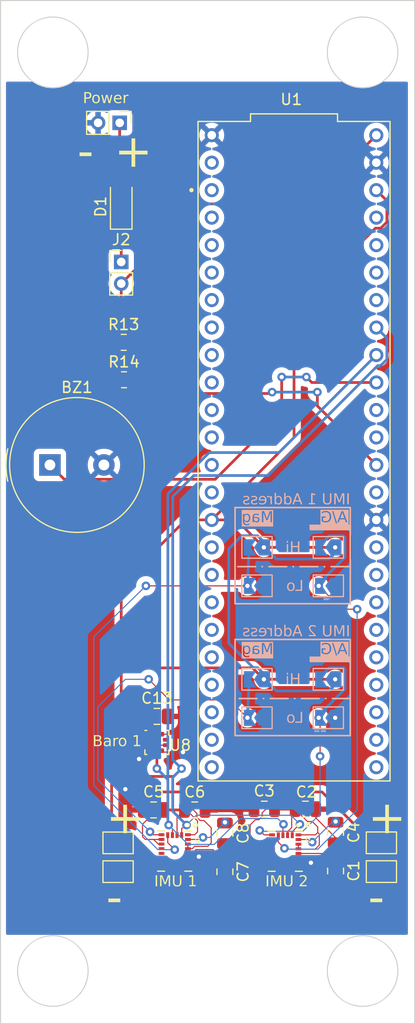
<source format=kicad_pcb>
(kicad_pcb (version 20221018) (generator pcbnew)
  (layers (0 "F.Cu" signal) (31 "B.Cu" signal) (34 "B.Paste" user) (35 "F.Paste" user) (36 "B.SilkS" user "B.Silkscreen") (37 "F.SilkS" user "F.Silkscreen") (38 "B.Mask" user) (39 "F.Mask" user) (44 "Edge.Cuts" user))
  (net 0 "")
  (net 39 "+3V3")
  (net 40 "GND")
  (net 41 "/Barometric pressure sensor/SDA")
  (net 42 "/Barometric pressure sensor/SCL")
  (net 44 "Net-(U2-CAP)")
  (net 45 "Net-(U2-C1)")
  (net 50 "Net-(U3-CAP)")
  (net 51 "Net-(U3-C1)")
  (net 56 "Net-(D1-A)")
  (net 57 "Net-(U2-SDO_A{slash}G)")
  (net 58 "Net-(U3-SDO_A{slash}G)")
  (net 59 "Net-(U2-SDO_M)")
  (net 60 "Net-(U3-SDO_M)")
  (net 61 "Net-(U2-DEN_A{slash}G)")
  (net 62 "Net-(U3-DEN_A{slash}G)")
  (net 63 "/BATT_IN")
  (net 64 "/Teensy 4.1/VIN")
  (net 65 "/Teensy 4.1/1s lipo analog voltage splitter/V_SCALED")
  (net 66 "/Teensy 4.1/BUZZ")
  (footprint "Jumper:SolderJumper-2_P1.3mm_Open_TrianglePad1.0x1.5mm" (layer "F.Cu") (at 129.376 145.288)
    (fp_text reference "R12" hide)
    (fp_text value "0 ohm" hide)
  )
  (footprint "Capacitor_SMD:C_0805_2012Metric" (layer "F.Cu") (at 132.969 130.937)
    (fp_text reference "C13")
    (fp_text value "100nF" hide)
  )
  (footprint "Resistor_SMD:R_0805_2012Metric" (layer "F.Cu") (at 129.921 99.822)
    (fp_text reference "R14")
    (fp_text value "4.4k" hide)
  )
  (footprint "Jumper:SolderJumper-2_P1.3mm_Open_TrianglePad1.0x1.5mm" (layer "F.Cu") (at 153.76 145.282)
    (fp_text reference "R10" hide)
    (fp_text value "0 ohm" hide)
  )
  (footprint "Capacitor_SMD:C_0805_2012Metric" (layer "F.Cu") (at 149.517 145.225 -90)
    (fp_text reference "C1")
    (fp_text value "10nF" hide)
  )
  (footprint "Teensy 4.1:MODULE_DEV-16771" (layer "F.Cu") (at 145.669 106.426 -90)
    (fp_text reference "U1")
    (fp_text value "DEV-16771")
  )
  (footprint "Capacitor_SMD:C_0805_2012Metric" (layer "F.Cu") (at 149.517 141.669 -90)
    (fp_text reference "C4")
    (fp_text value "100nF" hide)
  )
  (footprint "LSM9DS1TR:PQFN43P300X350X102-24N" (layer "F.Cu") (at 144.857 143.393 -90)
    (fp_text reference "U2")
    (fp_text value "LSM9DS1TR")
  )
  (footprint "Resistor_SMD:R_0805_2012Metric" (layer "F.Cu") (at 129.8975 96.364)
    (fp_text reference "R13")
    (fp_text value "1.2k" hide)
  )
  (footprint "Diode_SMD:D_SOD-123F" (layer "F.Cu") (at 129.667 83.693 90)
    (fp_text reference "D1")
    (fp_text value "D_Schottky")
  )
  (footprint "LSM9DS1TR:PQFN43P300X350X102-24N" (layer "F.Cu") (at 134.62 143.383 -90)
    (fp_text reference "U3")
    (fp_text value "LSM9DS1TR")
  )
  (footprint "Connector_PinHeader_2.00mm:PinHeader_1x02_P2.00mm_Vertical" (layer "F.Cu") (at 129.524 76.073 -90)
    (fp_text reference "J1" hide)
    (fp_text value "Battery Connector" hide)
  )
  (footprint "Capacitor_SMD:C_0805_2012Metric" (layer "F.Cu") (at 132.665 139.583)
    (fp_text reference "C5")
    (fp_text value "100nF" hide)
  )
  (footprint "Capacitor_SMD:C_0805_2012Metric" (layer "F.Cu") (at 139.269 145.298 -90)
    (fp_text reference "C7")
    (fp_text value "10nF" hide)
  )
  (footprint "Capacitor_SMD:C_0805_2012Metric" (layer "F.Cu") (at 142.913 139.51)
    (fp_text reference "C3")
    (fp_text value "100nF" hide)
  )
  (footprint "Connector_PinHeader_2.00mm:PinHeader_1x02_P2.00mm_Vertical" (layer "F.Cu") (at 129.667 88.932)
    (fp_text reference "J2")
    (fp_text value "Conn_01x02")
  )
  (footprint "Capacitor_SMD:C_0805_2012Metric" (layer "F.Cu") (at 139.269 141.742 -90)
    (fp_text reference "C8")
    (fp_text value "100nF" hide)
  )
  (footprint "Package_LGA:ST_HLGA-10_2x2mm_P0.5mm_LayoutBorder3x2y" (layer "F.Cu") (at 132.9695 133.346)
    (fp_text reference "U8")
    (fp_text value "LPS22HB")
  )
  (footprint "Jumper:SolderJumper-2_P1.3mm_Open_TrianglePad1.0x1.5mm" (layer "F.Cu") (at 129.376 142.627)
    (fp_text reference "R11" hide)
    (fp_text value "0 ohm" hide)
  )
  (footprint "Jumper:SolderJumper-2_P1.3mm_Open_TrianglePad1.0x1.5mm" (layer "F.Cu") (at 153.76 142.621)
    (fp_text reference "R9" hide)
    (fp_text value "0 ohm" hide)
  )
  (footprint "Capacitor_SMD:C_0805_2012Metric" (layer "F.Cu") (at 136.475 139.583 180)
    (fp_text reference "C6")
    (fp_text value "10uF" hide)
  )
  (footprint "Buzzer_Beeper:Buzzer_TDK_PS1240P02BT_D12.2mm_H6.5mm" (layer "F.Cu") (at 123.063 107.696)
    (fp_text reference "BZ1")
    (fp_text value "Buzzer")
  )
  (footprint "Capacitor_SMD:C_0805_2012Metric" (layer "F.Cu") (at 146.723 139.51 180)
    (fp_text reference "C2")
    (fp_text value "10uF" hide)
  )
  (footprint "Jumper:SolderJumper-2_P1.3mm_Open_TrianglePad1.0x1.5mm" (layer "B.Cu") (at 142.24 118.866 180)
    (fp_text reference "R4" hide)
    (fp_text value "0 ohm" hide)
  )
  (footprint "Jumper:SolderJumper-2_P1.3mm_Open_TrianglePad1.0x1.5mm" (layer "B.Cu") (at 148.844 115.316 180)
    (fp_text reference "R1" hide)
    (fp_text value "0 ohm" hide)
  )
  (footprint "Jumper:SolderJumper-2_P1.3mm_Open_TrianglePad1.0x1.5mm" (layer "B.Cu") (at 148.844 131.064 180)
    (fp_text reference "R6" hide)
    (fp_text value "0 ohm" hide)
  )
  (footprint "Jumper:SolderJumper-2_P1.3mm_Open_TrianglePad1.0x1.5mm" (layer "B.Cu") (at 148.844 127.508 180)
    (fp_text reference "R5" hide)
    (fp_text value "0 ohm" hide)
  )
  (footprint "Jumper:SolderJumper-2_P1.3mm_Open_TrianglePad1.0x1.5mm" (layer "B.Cu") (at 148.844 118.866 180)
    (fp_text reference "R3" hide)
    (fp_text value "0 ohm" hide)
  )
  (footprint "Jumper:SolderJumper-2_P1.3mm_Open_TrianglePad1.0x1.5mm" (layer "B.Cu") (at 142.24 127.508 180)
    (fp_text reference "R7" hide)
    (fp_text value "0 ohm" hide)
  )
  (footprint "Jumper:SolderJumper-2_P1.3mm_Open_TrianglePad1.0x1.5mm" (layer "B.Cu") (at 142.24 115.316 180)
    (fp_text reference "R2" hide)
    (fp_text value "0 ohm" hide)
  )
  (footprint "Jumper:SolderJumper-2_P1.3mm_Open_TrianglePad1.0x1.5mm" (layer "B.Cu") (at 142.24 131.064 180)
    (fp_text reference "R8" hide)
    (fp_text value "0 ohm" hide)
  )
  (gr_rect (start 147.180527 113.284) (end 150.876 113.665) (stroke (width 0.15)) (fill solid) (layer "B.SilkS"))
  (gr_line (start 150.876 129.286) (end 140.208 129.286) (stroke (width 0.15) (type dash_dot)) (layer "B.SilkS"))
  (gr_rect (start 140.208 111.633) (end 150.876 120.523) (stroke (width 0.15)) (fill none) (layer "B.SilkS"))
  (gr_rect (start 147.182567 125.476) (end 150.876 125.857) (stroke (width 0.15)) (fill solid) (layer "B.SilkS"))
  (gr_line (start 150.749 117.094) (end 140.081 117.094) (stroke (width 0.15) (type dash_dot)) (layer "B.SilkS"))
  (gr_rect (start 140.208 123.825) (end 150.876 132.715) (stroke (width 0.15)) (fill none) (layer "B.SilkS"))
  (gr_circle (center 146.939 140.97) (end 147.066 141.097) (stroke (width 0.15)) (fill none) (layer "F.SilkS"))
  (gr_circle (center 136.525 140.983) (end 136.652 141.11) (stroke (width 0.15)) (fill none) (layer "F.SilkS"))
  (gr_circle (center 152.019 69.559) (end 155.284 69.559) (stroke (width 0.1)) (fill none) (layer "Edge.Cuts"))
  (gr_rect (start 118.491 64.77) (end 156.845 159.3342) (stroke (width 0.1)) (fill none) (layer "Edge.Cuts"))
  (gr_circle (center 152.019 154.473) (end 155.284 154.473) (stroke (width 0.1)) (fill none) (layer "Edge.Cuts"))
  (gr_circle (center 123.335 69.559) (end 126.6 69.559) (stroke (width 0.1)) (fill none) (layer "Edge.Cuts"))
  (gr_circle (center 123.335 154.473) (end 126.6 154.473) (stroke (width 0.1)) (fill none) (layer "Edge.Cuts"))
  (gr_text "Lo" (at 146.558 119.507) (layer "B.SilkS") (effects (font (size 1 1)) (justify left bottom mirror)))
  (gr_text "IMU 2 Address" (at 150.876 123.698) (layer "B.SilkS") (effects (font (size 1 1)) (justify left bottom mirror)))
  (gr_text "Mag" (at 143.764 125.349) (layer "B.SilkS" knockout) (effects (font (size 1 1)) (justify left bottom mirror)))
  (gr_text "Hi" (at 146.304 115.951) (layer "B.SilkS") (effects (font (size 1 1)) (justify left bottom mirror)))
  (gr_text "Lo" (at 146.558 131.699) (layer "B.SilkS") (effects (font (size 1 1)) (justify left bottom mirror)))
  (gr_text "Mag" (at 143.764 113.157) (layer "B.SilkS" knockout) (effects (font (size 1 1)) (justify left bottom mirror)))
  (gr_text "IMU 1 Address" (at 150.876 111.506) (layer "B.SilkS") (effects (font (size 1 1)) (justify left bottom mirror)))
  (gr_text "A/G" (at 150.622 113.157) (layer "B.SilkS" knockout) (effects (font (size 1 1)) (justify left bottom mirror)))
  (gr_text "A/G" (at 150.622 125.349) (layer "B.SilkS" knockout) (effects (font (size 1 1)) (justify left bottom mirror)))
  (gr_text "Hi" (at 146.304 128.143) (layer "B.SilkS") (effects (font (size 1 1)) (justify left bottom mirror)))
  (gr_text "-" (at 152.527 149.606) (layer "F.SilkS") (effects (font (size 3 3)) (justify left bottom)))
  (gr_text "-" (at 128.27 149.606) (layer "F.SilkS") (effects (font (size 3 3)) (justify left bottom)))
  (gr_text "IMU 2" (at 143.002 146.812) (layer "F.SilkS") (effects (font (size 1 1)) (justify left bottom)))
  (gr_text "IMU 1" (at 132.715 146.812) (layer "F.SilkS") (effects (font (size 1 1)) (justify left bottom)))
  (gr_text "Baro 1" (at 127 133.858) (layer "F.SilkS") (effects (font (size 1 1)) (justify left bottom)))
  (gr_text "-" (at 125.603 80.645) (layer "F.SilkS") (effects (font (size 3 3)) (justify left bottom)))
  (gr_text "+" (at 128.27 142.24) (layer "F.SilkS") (effects (font (size 3 3)) (justify left bottom)))
  (gr_text "+" (at 129.032 80.645) (layer "F.SilkS") (effects (font (size 3 3)) (justify left bottom)))
  (gr_text "Power" (at 126.111 74.422) (layer "F.SilkS") (effects (font (size 1 1)) (justify left bottom)))
  (gr_text "+" (at 152.527 142.24) (layer "F.SilkS") (effects (font (size 3 3)) (justify left bottom)))
  (segment (start 136.729 140.599) (end 135.713 139.583) (width 0.1) (layer "F.Cu") (net 39))
  (segment (start 148.008 141.811) (end 147.866 141.669) (width 0.1) (layer "F.Cu") (net 39))
  (segment (start 137.679 142.951) (end 137.999 142.631) (width 0.1) (layer "F.Cu") (net 39))
  (segment (start 129.667 118.745) (end 129.667 125.73) (width 0.25) (layer "F.Cu") (net 39))
  (segment (start 153.694516 85.815) (end 153.199 85.815) (width 0.25) (layer "F.Cu") (net 39))
  (segment (start 143.637 142.748) (end 142.341 142.748) (width 0.1) (layer "F.Cu") (net 39))
  (segment (start 142.713 140.192107) (end 142.713 139.862) (width 0.1) (layer "F.Cu") (net 39))
  (segment (start 145.072 141.596087) (end 145.453 141.215087) (width 0.1) (layer "F.Cu") (net 39))
  (segment (start 147.358 140.653) (end 146.916 140.653) (width 0.1) (layer "F.Cu") (net 39))
  (segment (start 145.072 141.923) (end 145.072 141.596087) (width 0.1) (layer "F.Cu") (net 39))
  (segment (start 140.335 112.776) (end 138.049 112.776) (width 0.25) (layer "F.Cu") (net 39))
  (segment (start 146.916 140.653) (end 145.773 139.51) (width 0.1) (layer "F.Cu") (net 39))
  (segment (start 130.392 126.455) (end 141.822 126.455) (width 0.25) (layer "F.Cu") (net 39))
  (segment (start 141.605 140.97) (end 142.09 140.485) (width 0.1) (layer "F.Cu") (net 39))
  (segment (start 133.292203 133.596) (end 133.732 133.596) (width 0.1) (layer "F.Cu") (net 39))
  (segment (start 154.268 85.241516) (end 153.694516 85.815) (width 0.25) (layer "F.Cu") (net 39))
  (segment (start 129.667 129.54) (end 130.622 129.54) (width 0.25) (layer "F.Cu") (net 39))
  (segment (start 132.465 140.265107) (end 132.465 140.077) (width 0.1) (layer "F.Cu") (net 39))
  (segment (start 141.605 142.012) (end 141.605 140.97) (width 0.1) (layer "F.Cu") (net 39))
  (segment (start 147.866 141.161) (end 147.358 140.653) (width 0.1) (layer "F.Cu") (net 39))
  (segment (start 132.4695 132.5835) (end 132.4695 132.8335) (width 0.1) (layer "F.Cu") (net 39))
  (segment (start 129.667 125.73) (end 129.667 129.54) (width 0.25) (layer "F.Cu") (net 39))
  (segment (start 147.627239 143.208) (end 148.008 142.827239) (width 0.1) (layer "F.Cu") (net 39))
  (segment (start 136.466 141.878) (end 136.729 141.615) (width 0.1) (layer "F.Cu") (net 39))
  (segment (start 135.84 141.878) (end 136.466 141.878) (width 0.1) (layer "F.Cu") (net 39))
  (segment (start 145.453 139.83) (end 145.773 139.51) (width 0.1) (layer "F.Cu") (net 39))
  (segment (start 135.84 143.168) (end 135.84 142.738) (width 0.1) (layer "F.Cu") (net 39))
  (segment (start 145.669 105.156) (end 138.049 112.776) (width 0.25) (layer "F.Cu") (net 39))
  (segment (start 145.453 141.215087) (end 145.453 139.83) (width 0.1) (layer "F.Cu") (net 39))
  (segment (start 138.049 112.776) (end 135.636 112.776) (width 0.25) (layer "F.Cu") (net 39))
  (segment (start 142.875 115.316) (end 140.335 112.776) (width 0.25) (layer "F.Cu") (net 39))
  (segment (start 136.675 139.91) (end 136.348 139.583) (width 0.1) (layer "F.Cu") (net 39))
  (segment (start 132.207 133.096) (end 132.792203 133.096) (width 0.1) (layer "F.Cu") (net 39))
  (segment (start 129.667 125.73) (end 130.392 126.455) (width 0.25) (layer "F.Cu") (net 39))
  (segment (start 146.077 143.178) (end 146.077 142.748) (width 0.1) (layer "F.Cu") (net 39))
  (segment (start 135.525 139.43845) (end 136.42845 138.535) (width 0.1) (layer "F.Cu") (net 39))
  (segment (start 129.667 135.635) (end 131.9535 137.9215) (width 0.25) (layer "F.Cu") (net 39))
  (segment (start 147.647 141.888) (end 147.866 141.669) (width 0.1) (layer "F.Cu") (net 39))
  (segment (start 135.636 112.776) (end 129.667 118.745) (width 0.25) (layer "F.Cu") (net 39))
  (segment (start 132.019 130.937) (end 132.019 132.133) (width 0.1) (layer "F.Cu") (net 39))
  (segment (start 142.888 138.535) (end 143.863 139.51) (width 0.1) (layer "F.Cu") (net 39))
  (segment (start 131.894 142.308) (end 131.639 142.053) (width 0.1) (layer "F.Cu") (net 39))
  (segment (start 143.637 142.318) (end 143.637 142.748) (width 0.1) (layer "F.Cu") (net 39))
  (segment (start 146.107 143.208) (end 147.627239 143.208) (width 0.1) (layer "F.Cu") (net 39))
  (segment (start 132.4695 132.8335) (end 132.207 133.096) (width 0.1) (layer "F.Cu") (net 39))
  (segment (start 148.008 142.827239) (end 148.008 141.811) (width 0.1) (layer "F.Cu") (net 39))
  (segment (start 136.245497 143.168) (end 136.462497 142.951) (width 0.1) (layer "F.Cu") (net 39))
  (segment (start 131.984 140.558) (end 132.172107 140.558) (width 0.1) (layer "F.Cu") (net 39))
  (segment (start 133.4 142.308) (end 132.665 142.308) (width 0.1) (layer "F.Cu") (net 39))
  (segment (start 136.675 140.265107) (end 136.675 139.91) (width 0.1) (layer "F.Cu") (net 39))
  (segment (start 143.863 139.51) (end 145.773 139.51) (width 0.25) (layer "F.Cu") (net 39))
  (segment (start 152.908 142.571827) (end 152.908 142.627) (width 0.25) (layer "F.Cu") (net 39))
  (segment (start 136.462497 142.951) (end 137.679 142.951) (width 0.1) (layer "F.Cu") (net 39))
  (segment (start 146.077 141.888) (end 147.647 141.888) (width 0.1) (layer "F.Cu") (net 39))
  (segment (start 128.778 136.524) (end 128.778 142.627) (width 0.25) (layer "F.Cu") (net 39))
  (segment (start 145.669 93.345) (end 145.669 105.156) (width 0.25) (layer "F.Cu") (net 39))
  (segment (start 136.42845 138.535) (end 142.888 138.535) (width 0.1) (layer "F.Cu") (net 39))
  (segment (start 136.967893 140.558) (end 136.675 140.265107) (width 0.1) (layer "F.Cu") (net 39))
  (segment (start 137.999 142.631) (end 137.999 141.234) (width 0.1) (layer "F.Cu") (net 39))
  (segment (start 135.84 143.168) (end 136.245497 143.168) (width 0.1) (layer "F.Cu") (net 39))
  (segment (start 146.077 143.178) (end 146.107 143.208) (width 0.1) (layer "F.Cu") (net 39))
  (segment (start 131.9535 137.9215) (end 133.615 139.583) (width 0.25) (layer "F.Cu") (net 39))
  (segment (start 154.268 83.275) (end 154.268 85.241516) (width 0.25) (layer "F.Cu") (net 39))
  (segment (start 132.959 139.583) (end 133.615 139.583) (width 0.1) (layer "F.Cu") (net 39))
  (segment (start 135.713 139.583) (end 135.525 139.583) (width 0.1) (layer "F.Cu") (net 39))
  (segment (start 143.065 139.51) (end 143.863 139.51) (width 0.1) (layer "F.Cu") (net 39))
  (segment (start 142.875 115.316) (end 149.479 115.316) (width 0.25) (layer "F.Cu") (net 39))
  (segment (start 148.257673 137.9215) (end 152.908 142.571827) (width 0.25) (layer "F.Cu") (net 39))
  (segment (start 136.729 141.615) (end 136.729 140.599) (width 0.1) (layer "F.Cu") (net 39))
  (segment (start 142.875 127.508) (end 149.479 127.508) (width 0.25) (layer "F.Cu") (net 39))
  (segment (start 132.465 140.077) (end 132.959 139.583) (width 0.1) (layer "F.Cu") (net 39))
  (segment (start 132.172107 140.558) (end 132.465 140.265107) (width 0.1) (layer "F.Cu") (net 39))
  (segment (start 142.713 139.862) (end 143.065 139.51) (width 0.1) (layer "F.Cu") (net 39))
  (segment (start 131.9535 137.9215) (end 148.257673 137.9215) (width 0.25) (layer "F.Cu") (net 39))
  (segment (start 141.822 126.455) (end 142.875 127.508) (width 0.25) (layer "F.Cu") (net 39))
  (segment (start 131.639 140.903) (end 131.984 140.558) (width 0.1) (layer "F.Cu") (net 39))
  (segment (start 133.615 139.583) (end 135.525 139.583) (width 0.25) (layer "F.Cu") (net 39))
  (segment (start 130.622 129.54) (end 132.019 130.937) (width 0.25) (layer "F.Cu") (net 39))
  (segment (start 135.525 139.583) (end 135.525 139.43845) (width 0.1) (layer "F.Cu") (net 39))
  (segment (start 147.866 141.669) (end 147.866 141.161) (width 0.1) (layer "F.Cu") (net 39))
  (segment (start 134.835 140.273) (end 135.525 139.583) (width 0.1) (layer "F.Cu") (net 39))
  (segment (start 153.289 82.296) (end 154.268 83.275) (width 0.25) (layer "F.Cu") (net 39))
  (segment (start 137.999 141.234) (end 137.323 140.558) (width 0.1) (layer "F.Cu") (net 39))
  (segment (start 129.667 135.635) (end 128.778 136.524) (width 0.25) (layer "F.Cu") (net 39))
  (segment (start 134.835 141.913) (end 134.835 140.273) (width 0.1) (layer "F.Cu") (net 39))
  (segment (start 132.792203 133.096) (end 133.292203 133.596) (width 0.1) (layer "F.Cu") (net 39))
  (segment (start 153.199 85.815) (end 145.669 93.345) (width 0.25) (layer "F.Cu") (net 39))
  (segment (start 142.341 142.748) (end 141.605 142.012) (width 0.1) (layer "F.Cu") (net 39))
  (segment (start 131.639 142.053) (end 131.639 140.903) (width 0.1) (layer "F.Cu") (net 39))
  (segment (start 129.667 129.54) (end 129.667 135.635) (width 0.25) (layer "F.Cu") (net 39))
  (segment (start 136.348 139.583) (end 135.525 139.583) (width 0.1) (layer "F.Cu") (net 39))
  (segment (start 142.09 140.485) (end 142.420107 140.485) (width 0.1) (layer "F.Cu") (net 39))
  (segment (start 137.323 140.558) (end 136.967893 140.558) (width 0.1) (layer "F.Cu") (net 39))
  (segment (start 132.019 132.133) (end 132.4695 132.5835) (width 0.1) (layer "F.Cu") (net 39))
  (segment (start 132.665 142.308) (end 131.894 142.308) (width 0.1) (layer "F.Cu") (net 39))
  (segment (start 142.420107 140.485) (end 142.713 140.192107) (width 0.1) (layer "F.Cu") (net 39))
  (segment (start 133.095 142.738) (end 132.665 142.308) (width 0.1) (layer "F.Cu") (net 39))
  (segment (start 133.4 142.738) (end 133.095 142.738) (width 0.1) (layer "F.Cu") (net 39))
  (via (at 142.875 127.508) (size 0.8) (drill 0.4) (layers "F.Cu" "B.Cu") (net 39))
  (via (at 142.875 115.316) (size 0.8) (drill 0.4) (layers "F.Cu" "B.Cu") (net 39))
  (via (at 149.479 127.508) (size 0.8) (drill 0.4) (layers "F.Cu" "B.Cu") (net 39))
  (via (at 149.479 115.316) (size 0.8) (drill 0.4) (layers "F.Cu" "B.Cu") (net 39))
  (segment (start 144.04 116.391) (end 142.965 115.316) (width 0.25) (layer "B.Cu") (net 39))
  (segment (start 142.875 115.316) (end 142.875 115.226) (width 0.25) (layer "B.Cu") (net 39))
  (segment (start 149.569 115.316) (end 149.479 115.316) (width 0.25) (layer "B.Cu") (net 39))
  (segment (start 149.569 127.508) (end 149.479 127.508) (width 0.25) (layer "B.Cu") (net 39))
  (segment (start 140.8258 114.241) (end 139.6238 115.443) (width 0.25) (layer "B.Cu") (net 39))
  (segment (start 148.90362 116.391) (end 144.04 116.391) (width 0.25) (layer "B.Cu") (net 39))
  (segment (start 149.479 115.316) (end 149.569 115.72562) (width 0.25) (layer "B.Cu") (net 39))
  (segment (start 149.569 127.91762) (end 148.90362 128.583) (width 0.25) (layer "B.Cu") (net 39))
  (segment (start 149.479 127.508) (end 149.569 127.91762) (width 0.25) (layer "B.Cu") (net 39))
  (segment (start 139.6238 124.1668) (end 141.89 126.433) (width 0.25) (layer "B.Cu") (net 39))
  (segment (start 142.875 127.508) (end 142.965 127.508) (width 0.25) (layer "B.Cu") (net 39))
  (segment (start 142.965 127.09838) (end 142.875 127.508) (width 0.25) (layer "B.Cu") (net 39))
  (segment (start 139.6238 115.443) (end 139.6238 124.1668) (width 0.25) (layer "B.Cu") (net 39))
  (segment (start 142.965 114.90638) (end 142.29962 114.241) (width 0.25) (layer "B.Cu") (net 39))
  (segment (start 141.89 126.433) (end 142.29962 126.433) (width 0.25) (layer "B.Cu") (net 39))
  (segment (start 149.569 115.72562) (end 148.90362 116.391) (width 0.25) (layer "B.Cu") (net 39))
  (segment (start 144.04 128.583) (end 142.965 127.508) (width 0.25) (layer "B.Cu") (net 39))
  (segment (start 142.29962 126.433) (end 142.965 127.09838) (width 0.25) (layer "B.Cu") (net 39))
  (segment (start 142.875 115.226) (end 142.965 115.316) (width 0.25) (layer "B.Cu") (net 39))
  (segment (start 142.29962 114.241) (end 140.8258 114.241) (width 0.25) (layer "B.Cu") (net 39))
  (segment (start 142.965 115.316) (end 142.875 115.316) (width 0.25) (layer "B.Cu") (net 39))
  (segment (start 148.90362 128.583) (end 144.04 128.583) (width 0.25) (layer "B.Cu") (net 39))
  (segment (start 142.965 115.316) (end 142.965 114.90638) (width 0.25) (layer "B.Cu") (net 39))
  (segment (start 136.983 143.901) (end 136.983 143.901) (width 0.1) (layer "F.Cu") (net 40))
  (segment (start 132.4695 134.1085) (end 131.704 134.874) (width 0.1) (layer "F.Cu") (net 40))
  (segment (start 135.84 144.028) (end 136.856 144.028) (width 0.1) (layer "F.Cu") (net 40))
  (segment (start 147.104 144.463) (end 147.231 144.463) (width 0.1) (layer "F.Cu") (net 40))
  (segment (start 133.4695 132.5835) (end 134.7425 132.5835) (width 0.1) (layer "F.Cu") (net 40))
  (segment (start 131.704 134.874) (end 131.318 134.874) (width 0.1) (layer "F.Cu") (net 40))
  (segment (start 132.9695 132.5835) (end 133.4695 132.5835) (width 0.1) (layer "F.Cu") (net 40))
  (segment (start 147.109 144.468) (end 147.104 144.463) (width 0.1) (layer "F.Cu") (net 40))
  (segment (start 133.4695 134.1085) (end 133.6 134.239) (width 0.1) (layer "F.Cu") (net 40))
  (segment (start 135.84 144.028) (end 135.84 144.458) (width 0.1) (layer "F.Cu") (net 40))
  (segment (start 147.231 144.59) (end 147.231 144.59) (width 0.1) (layer "F.Cu") (net 40))
  (segment (start 134.7425 132.5835) (end 134.747 132.588) (width 0.1) (layer "F.Cu") (net 40))
  (segment (start 133.6 134.239) (end 135.382 134.239) (width 0.1) (layer "F.Cu") (net 40))
  (segment (start 146.077 144.038) (end 146.077 144.468) (width 0.1) (layer "F.Cu") (net 40))
  (segment (start 146.077 144.468) (end 147.109 144.468) (width 0.1) (layer "F.Cu") (net 40))
  (segment (start 136.856 143.901) (end 136.983 143.901) (width 0.1) (layer "F.Cu") (net 40))
  (segment (start 147.231 144.463) (end 147.231 144.59) (width 0.1) (layer "F.Cu") (net 40))
  (segment (start 149.517 142.151107) (end 149.517 142.619) (width 0.1) (layer "F.Cu") (net 40))
  (segment (start 136.856 144.028) (end 136.856 143.901) (width 0.1) (layer "F.Cu") (net 40))
  (segment (start 136.856 144.028) (end 136.856 144.028) (width 0.1) (layer "F.Cu") (net 40))
  (segment (start 147.673 140.307107) (end 149.517 142.151107) (width 0.1) (layer "F.Cu") (net 40))
  (segment (start 147.673 139.51) (end 147.673 140.307107) (width 0.1) (layer "F.Cu") (net 40))
  (via (at 147.231 144.463) (size 0.8) (drill 0.4) (layers "F.Cu" "B.Cu") (net 40))
  (via (at 130.048 137.668) (size 0.8) (drill 0.4) (layers "F.Cu" "B.Cu") (net 40))
  (via (at 149.479 131.064) (size 0.8) (drill 0.4) (layers "F.Cu" "B.Cu") (net 40))
  (via (at 136.856 143.901) (size 0.8) (drill 0.4) (layers "F.Cu" "B.Cu") (net 40))
  (via (at 135.382 134.239) (size 0.8) (drill 0.4) (layers "F.Cu" "B.Cu") (net 40))
  (via (at 131.318 134.874) (size 0.8) (drill 0.4) (layers "F.Cu" "B.Cu") (net 40))
  (segment (start 149.569 118.866) (end 149.225 118.872) (width 0.25) (layer "B.Cu") (net 40))
  (segment (start 144.04 119.941) (end 142.965 118.866) (width 0.25) (layer "B.Cu") (net 40))
  (segment (start 149.479 131.064) (end 149.569 131.47362) (width 0.25) (layer "B.Cu") (net 40))
  (segment (start 148.90362 132.139) (end 144.04 132.139) (width 0.25) (layer "B.Cu") (net 40))
  (segment (start 148.90362 119.941) (end 144.04 119.941) (width 0.25) (layer "B.Cu") (net 40))
  (segment (start 144.04 132.139) (end 142.965 131.064) (width 0.25) (layer "B.Cu") (net 40))
  (segment (start 149.569 119.27562) (end 148.90362 119.941) (width 0.25) (layer "B.Cu") (net 40))
  (segment (start 149.225 118.872) (end 149.569 119.27562) (width 0.25) (layer "B.Cu") (net 40))
  (segment (start 149.569 131.47362) (end 148.90362 132.139) (width 0.25) (layer "B.Cu") (net 40))
  (segment (start 149.569 131.064) (end 149.479 131.064) (width 0.25) (layer "B.Cu") (net 40))
  (segment (start 144.691 140.907) (end 144.691 141.034) (width 0.1) (layer "F.Cu") (net 41))
  (segment (start 132.969 135.763) (end 132.9695 135.7625) (width 0.25) (layer "F.Cu") (net 41))
  (segment (start 132.9695 134.1085) (end 132.969 135.763) (width 0.25) (layer "F.Cu") (net 41))
  (segment (start 134.405 141.323) (end 134.062 140.98) (width 0.1) (layer "F.Cu") (net 41))
  (segment (start 144.642 141.083) (end 144.691 140.907) (width 0.1) (layer "F.Cu") (net 41))
  (segment (start 144.642 141.923) (end 144.642 141.083) (width 0.1) (layer "F.Cu") (net 41))
  (segment (start 134.405 141.913) (end 134.405 141.323) (width 0.1) (layer "F.Cu") (net 41))
  (via (at 134.062 140.98) (size 0.8) (drill 0.4) (layers "F.Cu" "B.Cu") (net 41))
  (via (at 132.969 135.763) (size 0.8) (drill 0.4) (layers "F.Cu" "B.Cu") (net 41))
  (via (at 144.691 140.907) (size 0.8) (drill 0.4) (layers "F.Cu" "B.Cu") (net 41))
  (segment (start 133.987 140.905) (end 134.062 140.98) (width 0.25) (layer "B.Cu") (net 41))
  (segment (start 140.675 140.376) (end 138.278 142.773) (width 0.1) (layer "B.Cu") (net 41))
  (segment (start 135.855 142.773) (end 134.062 140.98) (width 0.1) (layer "B.Cu") (net 41))
  (segment (start 137.807484 106.553) (end 144.272 106.553) (width 0.25) (layer "B.Cu") (net 41))
  (segment (start 144.272 106.553) (end 153.289 97.536) (width 0.25) (layer "B.Cu") (net 41))
  (segment (start 138.278 142.773) (end 135.855 142.773) (width 0.1) (layer "B.Cu") (net 41))
  (segment (start 133.987 110.373484) (end 137.807484 106.553) (width 0.25) (layer "B.Cu") (net 41))
  (segment (start 144.16 140.376) (end 140.675 140.376) (width 0.1) (layer "B.Cu") (net 41))
  (segment (start 133.987 136.781) (end 133.987 110.373484) (width 0.25) (layer "B.Cu") (net 41))
  (segment (start 132.969 135.763) (end 133.987 136.781) (width 0.25) (layer "B.Cu") (net 41))
  (segment (start 144.691 140.907) (end 144.16 140.376) (width 0.1) (layer "B.Cu") (net 41))
  (segment (start 133.987 136.781) (end 133.987 140.905) (width 0.25) (layer "B.Cu") (net 41))
  (segment (start 146.058351 141.034) (end 146.215 140.907) (width 0.1) (layer "F.Cu") (net 42))
  (segment (start 135.265 141.913) (end 135.265 141.301) (width 0.1) (layer "F.Cu") (net 42))
  (segment (start 131.535 136.488) (end 134.53 136.488) (width 0.25) (layer "F.Cu") (net 42))
  (segment (start 132.207 133.596) (end 130.691 133.596) (width 0.25) (layer "F.Cu") (net 42))
  (segment (start 135.265 141.301) (end 135.713 140.98) (width 0.1) (layer "F.Cu") (net 42))
  (segment (start 130.81 135.763) (end 131.535 136.488) (width 0.25) (layer "F.Cu") (net 42))
  (segment (start 130.556 133.731) (end 130.556 135.509) (width 0.25) (layer "F.Cu") (net 42))
  (segment (start 135.713 140.98) (end 135.586 140.98) (width 0.1) (layer "F.Cu") (net 42))
  (segment (start 134.53 136.488) (end 135.255 135.763) (width 0.25) (layer "F.Cu") (net 42))
  (segment (start 130.691 133.596) (end 130.556 133.731) (width 0.25) (layer "F.Cu") (net 42))
  (segment (start 146.215 140.907) (end 146.088 141.034) (width 0.1) (layer "F.Cu") (net 42))
  (segment (start 145.502 141.923) (end 145.502 141.590351) (width 0.1) (layer "F.Cu") (net 42))
  (segment (start 130.556 135.509) (end 130.81 135.763) (width 0.25) (layer "F.Cu") (net 42))
  (segment (start 145.502 141.590351) (end 146.058351 141.034) (width 0.1) (layer "F.Cu") (net 42))
  (via (at 135.255 135.763) (size 0.8) (drill 0.4) (layers "F.Cu" "B.Cu") (net 42))
  (via (at 146.215 140.907) (size 0.8) (drill 0.4) (layers "F.Cu" "B.Cu") (net 42))
  (via (at 135.713 140.98) (size 0.8) (drill 0.4) (layers "F.Cu" "B.Cu") (net 42))
  (segment (start 136.617 140.076) (end 135.713 140.98) (width 0.1) (layer "B.Cu") (net 42))
  (segment (start 145.384 140.076) (end 136.617 140.076) (width 0.1) (layer "B.Cu") (net 42))
  (segment (start 154.268 95.975) (end 153.289 94.996) (width 0.25) (layer "B.Cu") (net 42))
  (segment (start 135.255 135.763) (end 134.437 136.581) (width 0.25) (layer "B.Cu") (net 42))
  (segment (start 146.215 140.907) (end 145.384 140.076) (width 0.1) (layer "B.Cu") (net 42))
  (segment (start 136.379 108.675) (end 143.256 108.675) (width 0.25) (layer "B.Cu") (net 42))
  (segment (start 135.255 135.763) (end 134.437 134.945) (width 0.25) (layer "B.Cu") (net 42))
  (segment (start 154.268 97.941516) (end 154.268 95.975) (width 0.25) (layer "B.Cu") (net 42))
  (segment (start 134.437 136.581) (end 134.437 139.704) (width 0.25) (layer "B.Cu") (net 42))
  (segment (start 134.437 134.945) (end 134.437 110.617) (width 0.25) (layer "B.Cu") (net 42))
  (segment (start 134.437 110.617) (end 136.379 108.675) (width 0.25) (layer "B.Cu") (net 42))
  (segment (start 134.437 139.704) (end 135.713 140.98) (width 0.25) (layer "B.Cu") (net 42))
  (segment (start 153.416 98.515) (end 153.694516 98.515) (width 0.25) (layer "B.Cu") (net 42))
  (segment (start 143.256 108.675) (end 153.416 98.515) (width 0.25) (layer "B.Cu") (net 42))
  (segment (start 153.694516 98.515) (end 154.268 97.941516) (width 0.25) (layer "B.Cu") (net 42))
  (segment (start 146.077 143.608) (end 148.85 143.608) (width 0.1) (layer "F.Cu") (net 44))
  (segment (start 148.85 143.608) (end 149.517 144.275) (width 0.1) (layer "F.Cu") (net 44))
  (segment (start 147.118 142.318) (end 147.358 142.558) (width 0.1) (layer "F.Cu") (net 45))
  (segment (start 146.077 142.318) (end 147.118 142.318) (width 0.1) (layer "F.Cu") (net 45))
  (segment (start 147.358 142.558) (end 147.231 142.431) (width 0.1) (layer "F.Cu") (net 45))
  (via (at 149.517 140.653) (size 0.8) (drill 0.4) (layers "F.Cu" "B.Cu") (net 45))
  (via (at 147.358 142.558) (size 0.8) (drill 0.4) (layers "F.Cu" "B.Cu") (net 45))
  (segment (start 147.358 142.558) (end 149.263 140.653) (width 0.1) (layer "B.Cu") (net 45))
  (segment (start 149.263 140.653) (end 149.517 140.653) (width 0.1) (layer "B.Cu") (net 45))
  (segment (start 135.84 143.598) (end 136.239761 143.598) (width 0.1) (layer "F.Cu") (net 50))
  (segment (start 138.172 143.251) (end 139.269 144.348) (width 0.1) (layer "F.Cu") (net 50))
  (segment (start 136.239761 143.598) (end 136.586761 143.251) (width 0.1) (layer "F.Cu") (net 50))
  (segment (start 136.586761 143.251) (end 138.172 143.251) (width 0.1) (layer "F.Cu") (net 50))
  (segment (start 137.052 142.308) (end 137.237 142.123) (width 0.1) (layer "F.Cu") (net 51))
  (segment (start 135.84 142.308) (end 137.052 142.308) (width 0.1) (layer "F.Cu") (net 51))
  (via (at 137.237 142.123) (size 0.8) (drill 0.4) (layers "F.Cu" "B.Cu") (net 51))
  (via (at 139.269 140.726) (size 0.8) (drill 0.4) (layers "F.Cu" "B.Cu") (net 51))
  (segment (start 137.237 142.123) (end 137.872 142.123) (width 0.1) (layer "B.Cu") (net 51))
  (segment (start 137.872 142.123) (end 139.269 140.726) (width 0.1) (layer "B.Cu") (net 51))
  (segment (start 129.524 76.073) (end 129.524 82.15) (width 0.25) (layer "F.Cu") (net 56))
  (segment (start 129.524 82.15) (end 129.667 82.293) (width 0.25) (layer "F.Cu") (net 56))
  (segment (start 150.114 121.031) (end 147.955 118.872) (width 0.1) (layer "F.Cu") (net 57))
  (segment (start 144.212 142.561) (end 144.78 143.129) (width 0.1) (layer "F.Cu") (net 57))
  (segment (start 151.511 121.031) (end 150.114 121.031) (width 0.1) (layer "F.Cu") (net 57))
  (segment (start 144.212 141.923) (end 144.212 142.561) (width 0.1) (layer "F.Cu") (net 57))
  (via (at 151.511 121.031) (size 0.8) (drill 0.4) (layers "F.Cu" "B.Cu") (net 57))
  (via (at 147.955 118.872) (size 0.8) (drill 0.4) (layers "F.Cu" "B.Cu") (net 57))
  (via (at 144.78 143.129) (size 0.8) (drill 0.4) (layers "F.Cu" "B.Cu") (net 57))
  (segment (start 148.93438 114.241) (end 150.2328 114.241) (width 0.25) (layer "B.Cu") (net 57))
  (segment (start 144.78 143.129) (end 144.859 143.208) (width 0.1) (layer "B.Cu") (net 57))
  (segment (start 148.119 118.5048) (end 147.955 118.872) (width 0.25) (layer "B.Cu") (net 57))
  (segment (start 148.119 115.05638) (end 148.93438 114.241) (width 0.25) (layer "B.Cu") (net 57))
  (segment (start 147.881239 143.208) (end 151.511 139.578239) (width 0.1) (layer "B.Cu") (net 57))
  (segment (start 151.511 139.578239) (end 151.511 121.031) (width 0.1) (layer "B.Cu") (net 57))
  (segment (start 147.955 118.872) (end 148.119 118.866) (width 0.25) (layer "B.Cu") (net 57))
  (segment (start 148.119 115.316) (end 148.119 115.05638) (width 0.25) (layer "B.Cu") (net 57))
  (segment (start 144.859 143.208) (end 147.881239 143.208) (width 0.1) (layer "B.Cu") (net 57))
  (segment (start 150.2328 114.241) (end 150.394 114.4022) (width 0.25) (layer "B.Cu") (net 57))
  (segment (start 150.394 116.2298) (end 148.119 118.5048) (width 0.25) (layer "B.Cu") (net 57))
  (segment (start 150.394 114.4022) (end 150.394 116.2298) (width 0.25) (layer "B.Cu") (net 57))
  (segment (start 133.975 142.611) (end 134.62 143.256) (width 0.1) (layer "F.Cu") (net 58))
  (segment (start 131.953 118.872) (end 141.351 118.872) (width 0.1) (layer "F.Cu") (net 58))
  (segment (start 133.975 141.913) (end 133.975 142.611) (width 0.1) (layer "F.Cu") (net 58))
  (via (at 141.351 118.872) (size 0.8) (drill 0.4) (layers "F.Cu" "B.Cu") (net 58))
  (via (at 134.62 143.256) (size 0.8) (drill 0.4) (layers "F.Cu" "B.Cu") (net 58))
  (via (at 131.953 118.872) (size 0.8) (drill 0.4) (layers "F.Cu" "B.Cu") (net 58))
  (segment (start 133.065761 143.256) (end 127.127 137.317239) (width 0.1) (layer "B.Cu") (net 58))
  (segment (start 134.62 143.256) (end 133.065761 143.256) (width 0.1) (layer "B.Cu") (net 58))
  (segment (start 127.127 137.317239) (end 127.127 123.571) (width 0.1) (layer "B.Cu") (net 58))
  (segment (start 127.127 123.571) (end 131.953 118.872) (width 0.1) (layer "B.Cu") (net 58))
  (segment (start 131.953 118.872) (end 131.826 118.872) (width 0.1) (layer "B.Cu") (net 58))
  (segment (start 141.515 115.316) (end 141.351 118.872) (width 0.25) (layer "B.Cu") (net 58))
  (segment (start 141.351 118.872) (end 141.515 118.866) (width 0.25) (layer "B.Cu") (net 58))
  (segment (start 143.637 141.888) (end 142.904 141.888) (width 0.1) (layer "F.Cu") (net 59))
  (segment (start 142.904 141.888) (end 142.494 141.478) (width 0.1) (layer "F.Cu") (net 59))
  (segment (start 143.637 141.888) (end 143.675 141.85) (width 0.1) (layer "F.Cu") (net 59))
  (segment (start 143.672 141.923) (end 143.637 141.888) (width 0.1) (layer "F.Cu") (net 59))
  (segment (start 148.082 134.62) (end 148.082 131.191) (width 0.1) (layer "F.Cu") (net 59))
  (segment (start 148.082 131.191) (end 147.955 131.064) (width 0.1) (layer "F.Cu") (net 59))
  (via (at 147.955 131.064) (size 0.8) (drill 0.4) (layers "F.Cu" "B.Cu") (net 59))
  (via (at 148.082 134.62) (size 0.8) (drill 0.4) (layers "F.Cu" "B.Cu") (net 59))
  (via (at 142.494 141.478) (size 0.8) (drill 0.4) (layers "F.Cu" "B.Cu") (net 59))
  (segment (start 142.494 141.478) (end 142.573 141.557) (width 0.1) (layer "B.Cu") (net 59))
  (segment (start 148.93438 126.433) (end 150.2582 126.433) (width 0.25) (layer "B.Cu") (net 59))
  (segment (start 150.2582 126.433) (end 150.394 126.5688) (width 0.25) (layer "B.Cu") (net 59))
  (segment (start 150.394 128.39262) (end 148.119 130.66762) (width 0.25) (layer "B.Cu") (net 59))
  (segment (start 148.082 139.959239) (end 148.082 134.62) (width 0.1) (layer "B.Cu") (net 59))
  (segment (start 147.955 131.064) (end 148.119 131.064) (width 0.25) (layer "B.Cu") (net 59))
  (segment (start 148.119 130.66762) (end 147.955 131.064) (width 0.25) (layer "B.Cu") (net 59))
  (segment (start 146.484239 141.557) (end 148.082 139.959239) (width 0.1) (layer "B.Cu") (net 59))
  (segment (start 150.394 126.5688) (end 150.394 128.39262) (width 0.25) (layer "B.Cu") (net 59))
  (segment (start 148.119 127.24838) (end 148.93438 126.433) (width 0.25) (layer "B.Cu") (net 59))
  (segment (start 142.573 141.557) (end 146.484239 141.557) (width 0.1) (layer "B.Cu") (net 59))
  (segment (start 148.119 127.508) (end 148.119 127.24838) (width 0.25) (layer "B.Cu") (net 59))
  (segment (start 133.4 141.878) (end 132.353 141.878) (width 0.1) (layer "F.Cu") (net 60))
  (segment (start 132.353 141.878) (end 132.334 141.605) (width 0.1) (layer "F.Cu") (net 60))
  (segment (start 132.334 141.605) (end 132.207 141.732) (width 0.1) (layer "F.Cu") (net 60))
  (segment (start 132.207 127.508) (end 134.112 129.413) (width 0.1) (layer "F.Cu") (net 60))
  (segment (start 133.4 141.878) (end 133.4 141.842) (width 0.1) (layer "F.Cu") (net 60))
  (segment (start 133.435 141.913) (end 133.4 141.878) (width 0.1) (layer "F.Cu") (net 60))
  (segment (start 139.7 129.413) (end 141.351 131.064) (width 0.1) (layer "F.Cu") (net 60))
  (segment (start 134.112 129.413) (end 139.7 129.413) (width 0.1) (layer "F.Cu") (net 60))
  (via (at 132.207 127.508) (size 0.8) (drill 0.4) (layers "F.Cu" "B.Cu") (net 60))
  (via (at 141.351 131.064) (size 0.8) (drill 0.4) (layers "F.Cu" "B.Cu") (net 60))
  (via (at 132.334 141.605) (size 0.8) (drill 0.4) (layers "F.Cu" "B.Cu") (net 60))
  (segment (start 127.508 130.048) (end 130.048 127.508) (width 0.1) (layer "B.Cu") (net 60))
  (segment (start 130.048 127.508) (end 132.207 127.508) (width 0.1) (layer "B.Cu") (net 60))
  (segment (start 127.508 136.779) (end 127.508 130.048) (width 0.1) (layer "B.Cu") (net 60))
  (segment (start 141.515 127.508) (end 141.351 131.064) (width 0.25) (layer "B.Cu") (net 60))
  (segment (start 141.351 131.064) (end 141.515 131.064) (width 0.25) (layer "B.Cu") (net 60))
  (segment (start 132.334 141.605) (end 127.508 136.779) (width 0.1) (layer "B.Cu") (net 60))
  (segment (start 154.485 145.435554) (end 152.995554 146.925) (width 0.1) (layer "F.Cu") (net 61))
  (segment (start 143.637 145.542) (end 143.637 144.898) (width 0.1) (layer "F.Cu") (net 61))
  (segment (start 154.485 142.621) (end 154.485 145.282) (width 0.1) (layer "F.Cu") (net 61))
  (segment (start 145.02 146.925) (end 143.637 145.542) (width 0.1) (layer "F.Cu") (net 61))
  (segment (start 154.485 145.282) (end 154.485 145.435554) (width 0.1) (layer "F.Cu") (net 61))
  (segment (start 152.995554 146.925) (end 145.02 146.925) (width 0.1) (layer "F.Cu") (net 61))
  (segment (start 130.101 145.288) (end 133 145.288) (width 0.1) (layer "F.Cu") (net 62))
  (segment (start 130.101 142.627) (end 130.101 145.288) (width 0.1) (layer "F.Cu") (net 62))
  (segment (start 133 145.288) (end 133.4 144.888) (width 0.1) (layer "F.Cu") (net 62))
  (segment (start 129.667 85.093) (end 129.667 88.932) (width 0.25) (layer "F.Cu") (net 63))
  (segment (start 129.667 90.932) (end 137.033 83.566) (width 0.25) (layer "F.Cu") (net 64))
  (segment (start 129.667 95.682) (end 128.985 96.364) (width 0.25) (layer "F.Cu") (net 64))
  (segment (start 137.033 83.566) (end 146.939 83.566) (width 0.25) (layer "F.Cu") (net 64))
  (segment (start 146.939 83.566) (end 153.289 77.216) (width 0.25) (layer "F.Cu") (net 64))
  (segment (start 129.667 90.932) (end 129.667 95.682) (width 0.25) (layer "F.Cu") (net 64))
  (segment (start 133.8815 101.092) (end 143.51 101.092) (width 0.25) (layer "F.Cu") (net 65))
  (segment (start 130.81 98.0205) (end 133.8815 101.092) (width 0.25) (layer "F.Cu") (net 65))
  (segment (start 143.51 101.092) (end 143.637 100.965) (width 0.25) (layer "F.Cu") (net 65))
  (segment (start 147.828 102.235) (end 153.289 107.696) (width 0.25) (layer "F.Cu") (net 65))
  (segment (start 130.81 96.364) (end 130.81 98.0205) (width 0.25) (layer "F.Cu") (net 65))
  (segment (start 147.828 100.965) (end 147.828 102.235) (width 0.25) (layer "F.Cu") (net 65))
  (segment (start 130.81 98.0205) (end 129.0085 99.822) (width 0.25) (layer "F.Cu") (net 65))
  (via (at 143.637 100.965) (size 0.8) (drill 0.4) (layers "F.Cu" "B.Cu") (net 65))
  (via (at 147.828 100.965) (size 0.8) (drill 0.4) (layers "F.Cu" "B.Cu") (net 65))
  (via (at 147.828 100.965) (size 0.8) (drill 0.4) (layers "F.Cu" "B.Cu") (net 65))
  (segment (start 147.447 100.965) (end 147.828 100.965) (width 0.25) (layer "B.Cu") (net 65))
  (segment (start 143.637 100.965) (end 147.447 100.965) (width 0.25) (layer "B.Cu") (net 65))
  (segment (start 147.828 100.965) (end 147.574 100.838) (width 0.25) (layer "B.Cu") (net 65))
  (segment (start 146.812 99.568) (end 147.32 100.076) (width 0.25) (layer "F.Cu") (net 66))
  (segment (start 124.388 109.021) (end 138.375 109.021) (width 0.25) (layer "F.Cu") (net 66))
  (segment (start 144.526 102.87) (end 144.526 99.568) (width 0.25) (layer "F.Cu") (net 66))
  (segment (start 147.32 100.076) (end 153.289 100.076) (width 0.25) (layer "F.Cu") (net 66))
  (segment (start 138.375 109.021) (end 144.526 102.87) (width 0.25) (layer "F.Cu") (net 66))
  (segment (start 123.063 107.696) (end 124.388 109.021) (width 0.25) (layer "F.Cu") (net 66))
  (via (at 146.812 99.568) (size 0.8) (drill 0.4) (layers "F.Cu" "B.Cu") (net 66))
  (via (at 144.526 99.568) (size 0.8) (drill 0.4) (layers "F.Cu" "B.Cu") (net 66))
  (segment (start 146.812 99.568) (end 146.685 99.568) (width 0.25) (layer "B.Cu") (net 66))
  (segment (start 144.526 99.568) (end 146.812 99.568) (width 0.25) (layer "B.Cu") (net 66))
  (zone (net 40) (net_name "GND") (layers "F&B.Cu") (connect_pads (clearance 0.5)) (min_thickness 0.25) (fill yes (thermal_gap 0.5) (thermal_bridge_width 0.5))
    (polygon (pts (xy 156.21 151.13) (xy 118.999 151.13) (xy 118.999 72.263) (xy 156.21 72.263)))
  )
)
</source>
